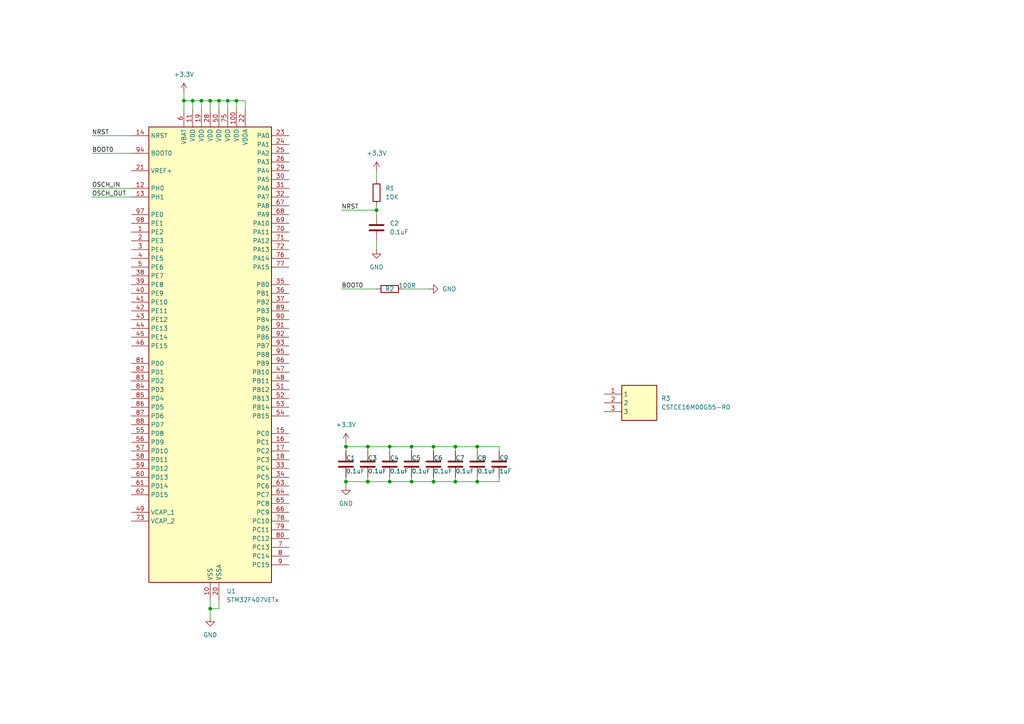
<source format=kicad_sch>
(kicad_sch (version 20231120) (generator "eeschema") (generator_version "8.0")
  (paper "A4")
  (lib_symbols
    (symbol "Device:C" (pin_numbers hide) (pin_names (offset 0.254))
      (property "Reference" "C" (at 0.635 2.54 0))
      (property "Value" "C" (at 0.635 -2.54 0))
      (symbol "C_0_1"
        (polyline (pts (xy -2.032 -0.762) (xy 2.032 -0.762)) (stroke (width 0.508)))
        (polyline (pts (xy -2.032 0.762) (xy 2.032 0.762)) (stroke (width 0.508)))
      )
      (symbol "C_1_1"
        (pin passive line (at 0 3.81 270) (length 2.794) (name "~") (number "1"))
        (pin passive line (at 0 -3.81 90) (length 2.794) (name "~") (number "2"))
      )
    )
    (symbol "Device:R" (pin_numbers hide) (pin_names (offset 0))
      (property "Reference" "R" (at 2.032 0 90))
      (property "Value" "R" (at 0 0 90))
      (symbol "R_0_1"
        (rectangle (start -1.016 -2.54) (end 1.016 2.54) (stroke (width 0.254)))
      )
      (symbol "R_1_1"
        (pin passive line (at 0 3.81 270) (length 1.27) (name "~") (number "1"))
        (pin passive line (at 0 -3.81 90) (length 1.27) (name "~") (number "2"))
      )
    )
    (symbol "MCU_ST_STM32F4:STM32F407VETx"
      (property "Reference" "U" (at -17.78 67.31 0))
      (property "Value" "STM32F407VETx" (at 12.7 67.31 0))
      (symbol "STM32F407VETx_0_1"
        (rectangle (start -17.78 -66.04) (end 17.78 66.04) (stroke (width 0.254)) (fill (type background)))
      )
      (symbol "STM32F407VETx_1_1"
        (pin bidirectional line (at -22.86 35.56 0) (length 5.08) (name "PE2") (number "1"))
        (pin power_in line (at 0 -71.12 90) (length 5.08) (name "VSS") (number "10"))
        (pin power_in line (at 7.62 71.12 270) (length 5.08) (name "VDD") (number "100"))
        (pin power_in line (at -5.08 71.12 270) (length 5.08) (name "VDD") (number "11"))
        (pin bidirectional line (at -22.86 48.26 0) (length 5.08) (name "PH0") (number "12"))
        (pin bidirectional line (at -22.86 45.72 0) (length 5.08) (name "PH1") (number "13"))
        (pin input line (at -22.86 63.5 0) (length 5.08) (name "NRST") (number "14"))
        (pin bidirectional line (at 22.86 -22.86 180) (length 5.08) (name "PC0") (number "15"))
        (pin bidirectional line (at 22.86 -25.4 180) (length 5.08) (name "PC1") (number "16"))
        (pin bidirectional line (at 22.86 -27.94 180) (length 5.08) (name "PC2") (number "17"))
        (pin bidirectional line (at 22.86 -30.48 180) (length 5.08) (name "PC3") (number "18"))
        (pin power_in line (at -2.54 71.12 270) (length 5.08) (name "VDD") (number "19"))
        (pin bidirectional line (at -22.86 33.02 0) (length 5.08) (name "PE3") (number "2"))
        (pin power_in line (at 2.54 -71.12 90) (length 5.08) (name "VSSA") (number "20"))
        (pin input line (at -22.86 53.34 0) (length 5.08) (name "VREF+") (number "21"))
        (pin power_in line (at 10.16 71.12 270) (length 5.08) (name "VDDA") (number "22"))
        (pin bidirectional line (at 22.86 63.5 180) (length 5.08) (name "PA0") (number "23"))
        (pin bidirectional line (at 22.86 60.96 180) (length 5.08) (name "PA1") (number "24"))
        (pin bidirectional line (at 22.86 58.42 180) (length 5.08) (name "PA2") (number "25"))
        (pin bidirectional line (at 22.86 55.88 180) (length 5.08) (name "PA3") (number "26"))
        (pin passive line (at 0 -71.12 90) (length 5.08) hide (name "VSS") (number "27"))
        (pin power_in line (at 0 71.12 270) (length 5.08) (name "VDD") (number "28"))
        (pin bidirectional line (at 22.86 53.34 180) (length 5.08) (name "PA4") (number "29"))
        (pin bidirectional line (at -22.86 30.48 0) (length 5.08) (name "PE4") (number "3"))
        (pin bidirectional line (at 22.86 50.8 180) (length 5.08) (name "PA5") (number "30"))
        (pin bidirectional line (at 22.86 48.26 180) (length 5.08) (name "PA6") (number "31"))
        (pin bidirectional line (at 22.86 45.72 180) (length 5.08) (name "PA7") (number "32"))
        (pin bidirectional line (at 22.86 -33.02 180) (length 5.08) (name "PC4") (number "33"))
        (pin bidirectional line (at 22.86 -35.56 180) (length 5.08) (name "PC5") (number "34"))
        (pin bidirectional line (at 22.86 20.32 180) (length 5.08) (name "PB0") (number "35"))
        (pin bidirectional line (at 22.86 17.78 180) (length 5.08) (name "PB1") (number "36"))
        (pin bidirectional line (at 22.86 15.24 180) (length 5.08) (name "PB2") (number "37"))
        (pin bidirectional line (at -22.86 22.86 0) (length 5.08) (name "PE7") (number "38"))
        (pin bidirectional line (at -22.86 20.32 0) (length 5.08) (name "PE8") (number "39"))
        (pin bidirectional line (at -22.86 27.94 0) (length 5.08) (name "PE5") (number "4"))
        (pin bidirectional line (at -22.86 17.78 0) (length 5.08) (name "PE9") (number "40"))
        (pin bidirectional line (at -22.86 15.24 0) (length 5.08) (name "PE10") (number "41"))
        (pin bidirectional line (at -22.86 12.7 0) (length 5.08) (name "PE11") (number "42"))
        (pin bidirectional line (at -22.86 10.16 0) (length 5.08) (name "PE12") (number "43"))
        (pin bidirectional line (at -22.86 7.62 0) (length 5.08) (name "PE13") (number "44"))
        (pin bidirectional line (at -22.86 5.08 0) (length 5.08) (name "PE14") (number "45"))
        (pin bidirectional line (at -22.86 2.54 0) (length 5.08) (name "PE15") (number "46"))
        (pin bidirectional line (at 22.86 -5.08 180) (length 5.08) (name "PB10") (number "47"))
        (pin bidirectional line (at 22.86 -7.62 180) (length 5.08) (name "PB11") (number "48"))
        (pin power_out line (at -22.86 -45.72 0) (length 5.08) (name "VCAP_1") (number "49"))
        (pin bidirectional line (at -22.86 25.4 0) (length 5.08) (name "PE6") (number "5"))
        (pin power_in line (at 2.54 71.12 270) (length 5.08) (name "VDD") (number "50"))
        (pin bidirectional line (at 22.86 -10.16 180) (length 5.08) (name "PB12") (number "51"))
        (pin bidirectional line (at 22.86 -12.7 180) (length 5.08) (name "PB13") (number "52"))
        (pin bidirectional line (at 22.86 -15.24 180) (length 5.08) (name "PB14") (number "53"))
        (pin bidirectional line (at 22.86 -17.78 180) (length 5.08) (name "PB15") (number "54"))
        (pin bidirectional line (at -22.86 -22.86 0) (length 5.08) (name "PD8") (number "55"))
        (pin bidirectional line (at -22.86 -25.4 0) (length 5.08) (name "PD9") (number "56"))
        (pin bidirectional line (at -22.86 -27.94 0) (length 5.08) (name "PD10") (number "57"))
        (pin bidirectional line (at -22.86 -30.48 0) (length 5.08) (name "PD11") (number "58"))
        (pin bidirectional line (at -22.86 -33.02 0) (length 5.08) (name "PD12") (number "59"))
        (pin power_in line (at -7.62 71.12 270) (length 5.08) (name "VBAT") (number "6"))
        (pin bidirectional line (at -22.86 -35.56 0) (length 5.08) (name "PD13") (number "60"))
        (pin bidirectional line (at -22.86 -38.1 0) (length 5.08) (name "PD14") (number "61"))
        (pin bidirectional line (at -22.86 -40.64 0) (length 5.08) (name "PD15") (number "62"))
        (pin bidirectional line (at 22.86 -38.1 180) (length 5.08) (name "PC6") (number "63"))
        (pin bidirectional line (at 22.86 -40.64 180) (length 5.08) (name "PC7") (number "64"))
        (pin bidirectional line (at 22.86 -43.18 180) (length 5.08) (name "PC8") (number "65"))
        (pin bidirectional line (at 22.86 -45.72 180) (length 5.08) (name "PC9") (number "66"))
        (pin bidirectional line (at 22.86 43.18 180) (length 5.08) (name "PA8") (number "67"))
        (pin bidirectional line (at 22.86 40.64 180) (length 5.08) (name "PA9") (number "68"))
        (pin bidirectional line (at 22.86 38.1 180) (length 5.08) (name "PA10") (number "69"))
        (pin bidirectional line (at 22.86 -55.88 180) (length 5.08) (name "PC13") (number "7"))
        (pin bidirectional line (at 22.86 35.56 180) (length 5.08) (name "PA11") (number "70"))
        (pin bidirectional line (at 22.86 33.02 180) (length 5.08) (name "PA12") (number "71"))
        (pin bidirectional line (at 22.86 30.48 180) (length 5.08) (name "PA13") (number "72"))
        (pin power_out line (at -22.86 -48.26 0) (length 5.08) (name "VCAP_2") (number "73"))
        (pin passive line (at 0 -71.12 90) (length 5.08) hide (name "VSS") (number "74"))
        (pin power_in line (at 5.08 71.12 270) (length 5.08) (name "VDD") (number "75"))
        (pin bidirectional line (at 22.86 27.94 180) (length 5.08) (name "PA14") (number "76"))
        (pin bidirectional line (at 22.86 25.4 180) (length 5.08) (name "PA15") (number "77"))
        (pin bidirectional line (at 22.86 -48.26 180) (length 5.08) (name "PC10") (number "78"))
        (pin bidirectional line (at 22.86 -50.8 180) (length 5.08) (name "PC11") (number "79"))
        (pin bidirectional line (at 22.86 -58.42 180) (length 5.08) (name "PC14") (number "8"))
        (pin bidirectional line (at 22.86 -53.34 180) (length 5.08) (name "PC12") (number "80"))
        (pin bidirectional line (at -22.86 -2.54 0) (length 5.08) (name "PD0") (number "81"))
        (pin bidirectional line (at -22.86 -5.08 0) (length 5.08) (name "PD1") (number "82"))
        (pin bidirectional line (at -22.86 -7.62 0) (length 5.08) (name "PD2") (number "83"))
        (pin bidirectional line (at -22.86 -10.16 0) (length 5.08) (name "PD3") (number "84"))
        (pin bidirectional line (at -22.86 -12.7 0) (length 5.08) (name "PD4") (number "85"))
        (pin bidirectional line (at -22.86 -15.24 0) (length 5.08) (name "PD5") (number "86"))
        (pin bidirectional line (at -22.86 -17.78 0) (length 5.08) (name "PD6") (number "87"))
        (pin bidirectional line (at -22.86 -20.32 0) (length 5.08) (name "PD7") (number "88"))
        (pin bidirectional line (at 22.86 12.7 180) (length 5.08) (name "PB3") (number "89"))
        (pin bidirectional line (at 22.86 -60.96 180) (length 5.08) (name "PC15") (number "9"))
        (pin bidirectional line (at 22.86 10.16 180) (length 5.08) (name "PB4") (number "90"))
        (pin bidirectional line (at 22.86 7.62 180) (length 5.08) (name "PB5") (number "91"))
        (pin bidirectional line (at 22.86 5.08 180) (length 5.08) (name "PB6") (number "92"))
        (pin bidirectional line (at 22.86 2.54 180) (length 5.08) (name "PB7") (number "93"))
        (pin input line (at -22.86 58.42 0) (length 5.08) (name "BOOT0") (number "94"))
        (pin bidirectional line (at 22.86 0 180) (length 5.08) (name "PB8") (number "95"))
        (pin bidirectional line (at 22.86 -2.54 180) (length 5.08) (name "PB9") (number "96"))
        (pin bidirectional line (at -22.86 40.64 0) (length 5.08) (name "PE0") (number "97"))
        (pin bidirectional line (at -22.86 38.1 0) (length 5.08) (name "PE1") (number "98"))
        (pin passive line (at 0 -71.12 90) (length 5.08) hide (name "VSS") (number "99"))
      )
    )
    (symbol "SamacSys_Parts:CSTCE8M00G55-R0"
      (property "Reference" "R" (at 16.51 7.62 0))
      (property "Value" "CSTCE8M00G55-R0" (at 16.51 5.08 0))
      (symbol "CSTCE8M00G55-R0_1_1"
        (rectangle (start 5.08 2.54) (end 15.24 -7.62) (stroke (width 0.254)) (fill (type background)))
        (pin passive line (at 0 0 0) (length 5.08) (name "1") (number "1"))
        (pin passive line (at 0 -2.54 0) (length 5.08) (name "2") (number "2"))
        (pin passive line (at 0 -5.08 0) (length 5.08) (name "3") (number "3"))
      )
    )
    (symbol "power:+3.3V" (power) (pin_numbers hide) (pin_names (offset 0) hide)
      (property "Value" "+3.3V" (at 0 3.556 0))
      (symbol "+3.3V_0_1"
        (polyline (pts (xy -0.762 1.27) (xy 0 2.54)))
        (polyline (pts (xy 0 0) (xy 0 2.54)))
        (polyline (pts (xy 0 2.54) (xy 0.762 1.27)))
      )
      (symbol "+3.3V_1_1"
        (pin power_in line (at 0 0 90) (length 0) (name "~") (number "1"))
      )
    )
    (symbol "power:GND" (power) (pin_numbers hide) (pin_names (offset 0) hide)
      (property "Value" "GND" (at 0 -3.81 0))
      (symbol "GND_0_1"
        (polyline (pts (xy 0 0) (xy 0 -1.27) (xy 1.27 -1.27) (xy 0 -2.54) (xy -1.27 -1.27) (xy 0 -1.27)))
      )
      (symbol "GND_1_1"
        (pin power_in line (at 0 0 270) (length 0) (name "~") (number "1"))
      )
    )
  )
  (junction (at 68.58 29.21))
  (junction (at 58.42 29.21))
  (junction (at 113.03 129.54))
  (junction (at 138.43 139.7))
  (junction (at 106.68 129.54))
  (junction (at 132.08 129.54))
  (junction (at 60.96 29.21))
  (junction (at 132.08 139.7))
  (junction (at 109.22 60.96))
  (junction (at 125.73 129.54))
  (junction (at 63.5 29.21))
  (junction (at 113.03 139.7))
  (junction (at 119.38 139.7))
  (junction (at 100.33 139.7))
  (junction (at 53.34 29.21))
  (junction (at 100.33 129.54))
  (junction (at 106.68 139.7))
  (junction (at 125.73 139.7))
  (junction (at 119.38 129.54))
  (junction (at 138.43 129.54))
  (junction (at 60.96 176.53))
  (junction (at 55.88 29.21))
  (junction (at 66.04 29.21))
  (wire (pts (xy 53.34 26.67) (xy 53.34 29.21)))
  (wire (pts (xy 138.43 129.54) (xy 138.43 130.81)))
  (wire (pts (xy 119.38 138.43) (xy 119.38 139.7)))
  (wire (pts (xy 144.78 138.43) (xy 144.78 139.7)))
  (wire (pts (xy 106.68 138.43) (xy 106.68 139.7)))
  (wire (pts (xy 100.33 130.81) (xy 100.33 129.54)))
  (wire (pts (xy 109.22 59.69) (xy 109.22 60.96)))
  (wire (pts (xy 109.22 49.53) (xy 109.22 52.07)))
  (wire (pts (xy 100.33 129.54) (xy 106.68 129.54)))
  (wire (pts (xy 132.08 129.54) (xy 132.08 130.81)))
  (wire (pts (xy 58.42 29.21) (xy 58.42 31.75)))
  (wire (pts (xy 60.96 29.21) (xy 58.42 29.21)))
  (wire (pts (xy 53.34 29.21) (xy 53.34 31.75)))
  (wire (pts (xy 106.68 129.54) (xy 113.03 129.54)))
  (wire (pts (xy 113.03 139.7) (xy 106.68 139.7)))
  (wire (pts (xy 119.38 129.54) (xy 125.73 129.54)))
  (wire (pts (xy 100.33 139.7) (xy 100.33 140.97)))
  (wire (pts (xy 99.06 83.82) (xy 109.22 83.82)))
  (wire (pts (xy 99.06 60.96) (xy 109.22 60.96)))
  (wire (pts (xy 125.73 138.43) (xy 125.73 139.7)))
  (wire (pts (xy 63.5 173.99) (xy 63.5 176.53)))
  (wire (pts (xy 144.78 139.7) (xy 138.43 139.7)))
  (wire (pts (xy 71.12 31.75) (xy 71.12 29.21)))
  (wire (pts (xy 60.96 176.53) (xy 60.96 173.99)))
  (wire (pts (xy 66.04 29.21) (xy 66.04 31.75)))
  (wire (pts (xy 68.58 29.21) (xy 68.58 31.75)))
  (wire (pts (xy 138.43 138.43) (xy 138.43 139.7)))
  (wire (pts (xy 138.43 139.7) (xy 132.08 139.7)))
  (wire (pts (xy 109.22 69.85) (xy 109.22 72.39)))
  (wire (pts (xy 125.73 139.7) (xy 119.38 139.7)))
  (wire (pts (xy 132.08 129.54) (xy 138.43 129.54)))
  (wire (pts (xy 119.38 139.7) (xy 113.03 139.7)))
  (wire (pts (xy 58.42 29.21) (xy 55.88 29.21)))
  (wire (pts (xy 60.96 29.21) (xy 60.96 31.75)))
  (wire (pts (xy 26.67 57.15) (xy 38.1 57.15)))
  (wire (pts (xy 132.08 138.43) (xy 132.08 139.7)))
  (wire (pts (xy 71.12 29.21) (xy 68.58 29.21)))
  (wire (pts (xy 63.5 176.53) (xy 60.96 176.53)))
  (wire (pts (xy 63.5 29.21) (xy 60.96 29.21)))
  (wire (pts (xy 125.73 129.54) (xy 125.73 130.81)))
  (wire (pts (xy 66.04 29.21) (xy 63.5 29.21)))
  (wire (pts (xy 113.03 129.54) (xy 113.03 130.81)))
  (wire (pts (xy 138.43 129.54) (xy 144.78 129.54)))
  (wire (pts (xy 55.88 29.21) (xy 55.88 31.75)))
  (wire (pts (xy 55.88 29.21) (xy 53.34 29.21)))
  (wire (pts (xy 113.03 129.54) (xy 119.38 129.54)))
  (wire (pts (xy 125.73 129.54) (xy 132.08 129.54)))
  (wire (pts (xy 106.68 139.7) (xy 100.33 139.7)))
  (wire (pts (xy 26.67 39.37) (xy 38.1 39.37)))
  (wire (pts (xy 100.33 139.7) (xy 100.33 138.43)))
  (wire (pts (xy 132.08 139.7) (xy 125.73 139.7)))
  (wire (pts (xy 109.22 60.96) (xy 109.22 62.23)))
  (wire (pts (xy 144.78 129.54) (xy 144.78 130.81)))
  (wire (pts (xy 106.68 129.54) (xy 106.68 130.81)))
  (wire (pts (xy 26.67 44.45) (xy 38.1 44.45)))
  (wire (pts (xy 100.33 128.27) (xy 100.33 129.54)))
  (wire (pts (xy 113.03 138.43) (xy 113.03 139.7)))
  (wire (pts (xy 68.58 29.21) (xy 66.04 29.21)))
  (wire (pts (xy 119.38 129.54) (xy 119.38 130.81)))
  (wire (pts (xy 63.5 29.21) (xy 63.5 31.75)))
  (wire (pts (xy 116.84 83.82) (xy 124.46 83.82)))
  (wire (pts (xy 26.67 54.61) (xy 38.1 54.61)))
  (wire (pts (xy 60.96 176.53) (xy 60.96 179.07)))
  (label "NRST" (at 26.67 39.37 0))
  (label "BOOT0" (at 99.06 83.82 0))
  (label "OSCH_OUT" (at 26.67 57.15 0))
  (label "OSCH_IN" (at 26.67 54.61 0))
  (label "BOOT0" (at 26.67 44.45 0))
  (label "NRST" (at 99.06 60.96 0))
  (symbol (lib_id "Device:C") (at 144.78 134.62 0) (unit 1)
    (property "Reference" "C9" (at 144.78 132.842 0) (effects (justify left)))
    (property "Value" "1uF" (at 144.78 136.652 0) (effects (justify left)))
    (property "Description" "Unpolarized capacitor" (effects (hide yes)))
  )
  (symbol (lib_id "Device:C") (at 132.08 134.62 0) (unit 1)
    (property "Reference" "C7" (at 132.08 132.842 0) (effects (justify left)))
    (property "Value" "0.1uF" (at 132.08 136.652 0) (effects (justify left)))
    (property "Description" "Unpolarized capacitor" (effects (hide yes)))
  )
  (symbol (lib_id "power:+3.3V") (at 53.34 26.67 0) (unit 1)
    (property "Reference" "#PWR01" (effects (hide yes)))
    (property "Value" "+3.3V" (at 53.34 21.59 0))
    (property "Description" "Power symbol creates a global label with name \"+3.3V\"" (effects (hide yes)))
  )
  (symbol (lib_id "Device:C") (at 125.73 134.62 0) (unit 1)
    (property "Reference" "C6" (at 125.73 132.842 0) (effects (justify left)))
    (property "Value" "0.1uF" (at 125.73 136.652 0) (effects (justify left)))
    (property "Description" "Unpolarized capacitor" (effects (hide yes)))
  )
  (symbol (lib_id "Device:C") (at 119.38 134.62 0) (unit 1)
    (property "Reference" "C5" (at 119.38 132.842 0) (effects (justify left)))
    (property "Value" "0.1uF" (at 119.38 136.652 0) (effects (justify left)))
    (property "Description" "Unpolarized capacitor" (effects (hide yes)))
  )
  (symbol (lib_id "Device:C") (at 106.68 134.62 0) (unit 1)
    (property "Reference" "C3" (at 106.68 132.842 0) (effects (justify left)))
    (property "Value" "0.1uF" (at 106.68 136.652 0) (effects (justify left)))
    (property "Description" "Unpolarized capacitor" (effects (hide yes)))
  )
  (symbol (lib_id "Device:C") (at 100.33 134.62 0) (unit 1)
    (property "Reference" "C1" (at 100.33 132.842 0) (effects (justify left)))
    (property "Value" "0.1uF" (at 100.33 136.652 0) (effects (justify left)))
    (property "Description" "Unpolarized capacitor" (effects (hide yes)))
  )
  (symbol (lib_id "power:+3.3V") (at 109.22 49.53 0) (unit 1)
    (property "Reference" "#PWR03" (effects (hide yes)))
    (property "Value" "+3.3V" (at 109.22 44.45 0))
    (property "Description" "Power symbol creates a global label with name \"+3.3V\"" (effects (hide yes)))
  )
  (symbol (lib_id "power:GND") (at 100.33 140.97 0) (unit 1)
    (property "Reference" "#PWR06" (effects (hide yes)))
    (property "Value" "GND" (at 100.33 146.05 0))
    (property "Description" "Power symbol creates a global label with name \"GND\" , ground" (effects (hide yes)))
  )
  (symbol (lib_id "SamacSys_Parts:CSTCE8M00G55-R0") (at 175.26 114.3 0) (unit 1)
    (property "Reference" "R3" (at 191.77 115.5699 0) (effects (justify left)))
    (property "Value" "CSTCE16M00G55-R0" (at 191.77 118.1099 0) (effects (justify left)))
    (property "Footprint" "CSTCE12M0G55-R0" (effects (hide yes)))
    (property "Datasheet" "http://www.murata.com/en-eu/api/pdfdownloadapi?cate=&partno=CSTCE8M00G55-R0" (effects (hide yes)))
    (property "Description" "SMT ceramic resonator 8.0MHz CSTCE8M00G55-R0, Ceramic Resonator, 8MHz Fundamental 33pF, 3-Pin Cap Chip, 3.2 x 1.3 x 0.7mm" (effects (hide yes)))
    (property "Manufacturer_Name" "Murata Electronics" (effects (hide yes)))
    (property "Manufacturer_Part_Number" "CSTCE8M00G55-R0" (effects (hide yes)))
    (property "Mouser Part Number" "81-CSTCE8M00G55-R0" (effects (hide yes)))
    (property "Mouser Price/Stock" "https://www.mouser.co.uk/ProductDetail/Murata-Electronics/CSTCE8M00G55-R0?qs=eoDEeL6nyORcaHhGM345mw%3D%3D" (effects (hide yes)))
    (property "Arrow Part Number" "CSTCE8M00G55-R0" (effects (hide yes)))
    (property "Arrow Price/Stock" "https://www.arrow.com/en/products/cstce8m00g55-r0/murata-manufacturing" (effects (hide yes)))
  )
  (symbol (lib_id "power:GND") (at 109.22 72.39 0) (unit 1)
    (property "Reference" "#PWR04" (effects (hide yes)))
    (property "Value" "GND" (at 109.22 77.47 0))
    (property "Description" "Power symbol creates a global label with name \"GND\" , ground" (effects (hide yes)))
  )
  (symbol (lib_id "Device:C") (at 109.22 66.04 0) (unit 1)
    (property "Reference" "C2" (at 113.03 64.7699 0) (effects (justify left)))
    (property "Value" "0.1uF" (at 113.03 67.3099 0) (effects (justify left)))
    (property "Description" "Unpolarized capacitor" (effects (hide yes)))
  )
  (symbol (lib_id "MCU_ST_STM32F4:STM32F407VETx") (at 60.96 102.87 0) (unit 1)
    (property "Reference" "U1" (at 65.6941 171.45 0) (effects (justify left)))
    (property "Value" "STM32F407VETx" (at 65.6941 173.99 0) (effects (justify left)))
    (property "Footprint" "Package_QFP:LQFP-100_14x14mm_P0.5mm" (effects (hide yes)))
    (property "Datasheet" "https://www.st.com/resource/en/datasheet/stm32f407ve.pdf" (effects (hide yes)))
    (property "Description" "STMicroelectronics Arm Cortex-M4 MCU, 512KB flash, 192KB RAM, 168 MHz, 1.8-3.6V, 82 GPIO, LQFP100" (effects (hide yes)))
  )
  (symbol (lib_id "power:+3.3V") (at 100.33 128.27 0) (unit 1)
    (property "Reference" "#PWR07" (effects (hide yes)))
    (property "Value" "+3.3V" (at 100.33 123.19 0))
    (property "Description" "Power symbol creates a global label with name \"+3.3V\"" (effects (hide yes)))
  )
  (symbol (lib_id "power:GND") (at 60.96 179.07 0) (unit 1)
    (property "Reference" "#PWR02" (effects (hide yes)))
    (property "Value" "GND" (at 60.96 184.15 0))
    (property "Description" "Power symbol creates a global label with name \"GND\" , ground" (effects (hide yes)))
  )
  (symbol (lib_id "Device:C") (at 113.03 134.62 0) (unit 1)
    (property "Reference" "C4" (at 113.03 132.842 0) (effects (justify left)))
    (property "Value" "0.1uF" (at 113.03 136.652 0) (effects (justify left)))
    (property "Description" "Unpolarized capacitor" (effects (hide yes)))
  )
  (symbol (lib_id "Device:R") (at 109.22 55.88 0) (unit 1)
    (property "Reference" "R1" (at 111.76 54.6099 0) (effects (justify left)))
    (property "Value" "10K" (at 111.76 57.1499 0) (effects (justify left)))
    (property "Description" "Resistor" (effects (hide yes)))
  )
  (symbol (lib_id "Device:R") (at 113.03 83.82 90) (unit 1)
    (property "Reference" "R2" (at 113.03 83.82 90))
    (property "Value" "100R" (at 118.11 82.804 90))
    (property "Description" "Resistor" (effects (hide yes)))
  )
  (symbol (lib_id "power:GND") (at 124.46 83.82 90) (unit 1)
    (property "Reference" "#PWR05" (effects (hide yes)))
    (property "Value" "GND" (at 128.27 83.8199 90) (effects (justify right)))
    (property "Description" "Power symbol creates a global label with name \"GND\" , ground" (effects (hide yes)))
  )
  (symbol (lib_id "Device:C") (at 138.43 134.62 0) (unit 1)
    (property "Reference" "C8" (at 138.43 132.842 0) (effects (justify left)))
    (property "Value" "0.1uF" (at 138.43 136.652 0) (effects (justify left)))
    (property "Description" "Unpolarized capacitor" (effects (hide yes)))
  )
)
</source>
